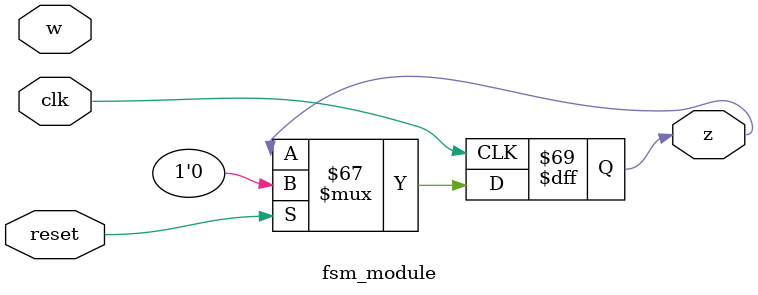
<source format=v>
module fsm_module (clk, reset, w, z);
    input clk, reset, w;
    output reg z;
    reg [2:0] current_state, next_state;
    parameter A=3'b001, B=3'b010, C=3'b011, D=3'b100, E=3'b101, F=3'b110;
    
    always @(negedge reset or posedge clk)
        if (!reset) 
            current_state <= A;
        else begin
            case (current_state)
                A: if (w) 
                       next_state = B;
                   else 
                       next_state = A;
                B: if (w) 
                       next_state = C;
                   else 
                       next_state = E;
                C: if (w) 
                       next_state = C;
                   else 
                       next_state = D;
                D: if (w) 
                       next_state = F;
                   else 
                       next_state = A;
                E: if (w) 
                       next_state = F;
                   else 
                       next_state = A;
                F: if (w) 
                       next_state = C;
                   else 
                       next_state = E;
                default: begin
                             next_state = 3'bxxx;
                         end
            endcase;
            if (current_state == D || current_state == F) 
                z = 2;
            else 
                z = 0;
            current_state <= next_state;
        end
endmodule
</source>
